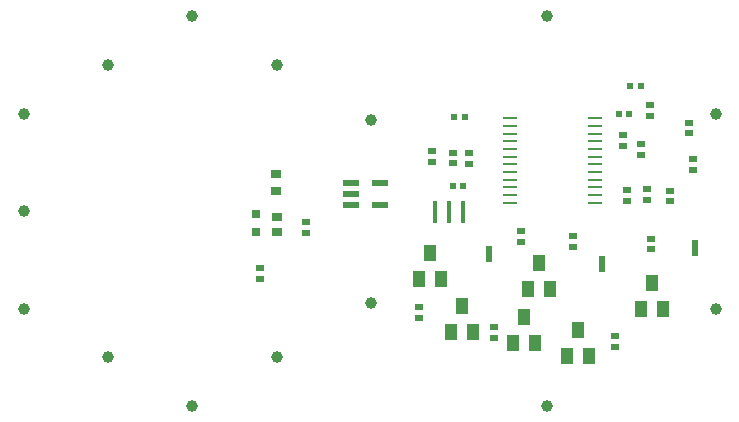
<source format=gbr>
%FSTAX23Y23*%
%MOIN*%
%SFA1B1*%

%IPPOS*%
%AMD29*
4,1,8,-0.009800,0.017100,-0.009800,0.017100,-0.017100,-0.009800,-0.017100,-0.009800,0.009900,-0.017100,0.009900,-0.017100,0.017100,0.009800,0.017100,0.009800,-0.009800,0.017100,0.0*
1,1,0.039370,0.000000,0.000000*
1,1,0.039370,0.000000,0.000000*
1,1,0.039370,0.000000,0.000000*
1,1,0.039370,0.000000,0.000000*
%
%AMD30*
4,1,8,-0.019700,0.000000,-0.019700,0.000000,0.000000,-0.019700,0.000000,-0.019700,0.019700,0.000000,0.019700,0.000000,0.000000,0.019700,0.000000,0.019700,-0.019700,0.000000,0.0*
1,1,0.039370,0.000000,0.000000*
1,1,0.039370,0.000000,0.000000*
1,1,0.039370,0.000000,0.000000*
1,1,0.039370,0.000000,0.000000*
%
%AMD31*
4,1,8,0.009900,0.017100,0.009900,0.017100,-0.017100,0.009800,-0.017100,0.009800,-0.009900,-0.017100,-0.009900,-0.017100,0.017100,-0.009900,0.017100,-0.009900,0.009900,0.017100,0.0*
1,1,0.039370,0.000000,0.000000*
1,1,0.039370,0.000000,0.000000*
1,1,0.039370,0.000000,0.000000*
1,1,0.039370,0.000000,0.000000*
%
%ADD20R,0.055118X0.023622*%
%ADD21R,0.020079X0.022047*%
%ADD22R,0.040000X0.055000*%
%ADD23R,0.022000X0.052000*%
%ADD24R,0.027559X0.020079*%
%ADD25R,0.015748X0.074803*%
%ADD26R,0.045716X0.010661*%
%ADD27R,0.035039X0.025197*%
%ADD28R,0.037401X0.031496*%
G04~CAMADD=29~8~0.0~0.0~393.7~393.7~196.9~0.0~15~0.0~0.0~0.0~0.0~0~0.0~0.0~0.0~0.0~0~0.0~0.0~0.0~30.0~392.0~392.0*
%ADD29D29*%
G04~CAMADD=30~8~0.0~0.0~393.7~393.7~196.9~0.0~15~0.0~0.0~0.0~0.0~0~0.0~0.0~0.0~0.0~0~0.0~0.0~0.0~90.0~394.0~393.0*
%ADD30D30*%
G04~CAMADD=31~8~0.0~0.0~393.7~393.7~196.9~0.0~15~0.0~0.0~0.0~0.0~0~0.0~0.0~0.0~0.0~0~0.0~0.0~0.0~330.0~392.0~392.0*
%ADD31D31*%
%ADD32R,0.031496X0.031496*%
G54D20*
X00026Y00093D03*
Y00019D03*
X-00071D03*
Y00056D03*
Y00093D03*
G54D21*
X00894Y00417D03*
X00859D03*
X00303Y00082D03*
X00268D03*
X00272Y00312D03*
X00856Y00323D03*
X00821D03*
X00307Y00312D03*
G54D22*
X00299Y-00317D03*
X00261Y-00404D03*
X00336D03*
X00556Y-00172D03*
X00518Y-00259D03*
X00593D03*
X00506Y-00354D03*
X00933Y-00241D03*
X00685Y-00396D03*
X00648Y-00482D03*
X00723D03*
X00543Y-00441D03*
X00192Y-00139D03*
X00154Y-00225D03*
X00229D03*
X00895Y-00328D03*
X00468Y-00441D03*
X0097Y-00328D03*
G54D23*
X00764Y-00177D03*
X0039Y-00142D03*
X01074Y-00123D03*
G54D24*
X00268Y00194D03*
Y00159D03*
X00322Y00192D03*
Y00157D03*
X002Y00199D03*
Y00164D03*
X01068Y00136D03*
X00924Y00354D03*
X00916Y00072D03*
X00667Y-0012D03*
Y-00084D03*
X00496Y-00067D03*
X00928Y-00092D03*
Y-00128D03*
X00991Y00067D03*
X0081Y-00454D03*
X01068Y00172D03*
X00405Y-00387D03*
X00156Y-00321D03*
X0081Y-00418D03*
X00835Y00218D03*
X01056Y00259D03*
X00496Y-00103D03*
X00405Y-00423D03*
X00991Y00032D03*
X00156Y-00356D03*
X00896Y00188D03*
X0085Y00034D03*
X00916Y00036D03*
X00835Y00254D03*
X-00223Y-00072D03*
Y-00037D03*
X0085Y00069D03*
X00896Y00224D03*
X-00374Y-00191D03*
Y-00227D03*
X00924Y00318D03*
X01056Y00294D03*
G54D25*
X00303Y-00002D03*
X00256D03*
X00209D03*
G54D26*
X0046Y00053D03*
Y00309D03*
Y00079D03*
X00742Y00156D03*
Y00028D03*
Y00233D03*
Y00079D03*
Y00105D03*
Y00053D03*
Y00258D03*
Y00284D03*
Y0013D03*
Y00309D03*
Y00207D03*
Y00181D03*
X0046Y00028D03*
Y00105D03*
Y0013D03*
Y00156D03*
Y00181D03*
Y00207D03*
Y00233D03*
Y00258D03*
Y00284D03*
G54D27*
X-00321Y00068D03*
Y00123D03*
G54D28*
X-00319Y-0002D03*
Y-00069D03*
G54D29*
X01144Y00325D03*
X-01163Y-00325D03*
X-00881Y-00487D03*
X-00318Y00487D03*
G54D30*
X00581Y0065D03*
Y-0065D03*
X-00006Y00305D03*
X-006Y0065D03*
X-00006Y-00305D03*
X-006Y-0065D03*
X-00318Y-00487D03*
X-00881Y00487D03*
G54D31*
X01144Y-00325D03*
X-01163Y00325D03*
X-01163Y0D03*
G54D32*
X-00389Y-00069D03*
Y-0001D03*
M02*
</source>
